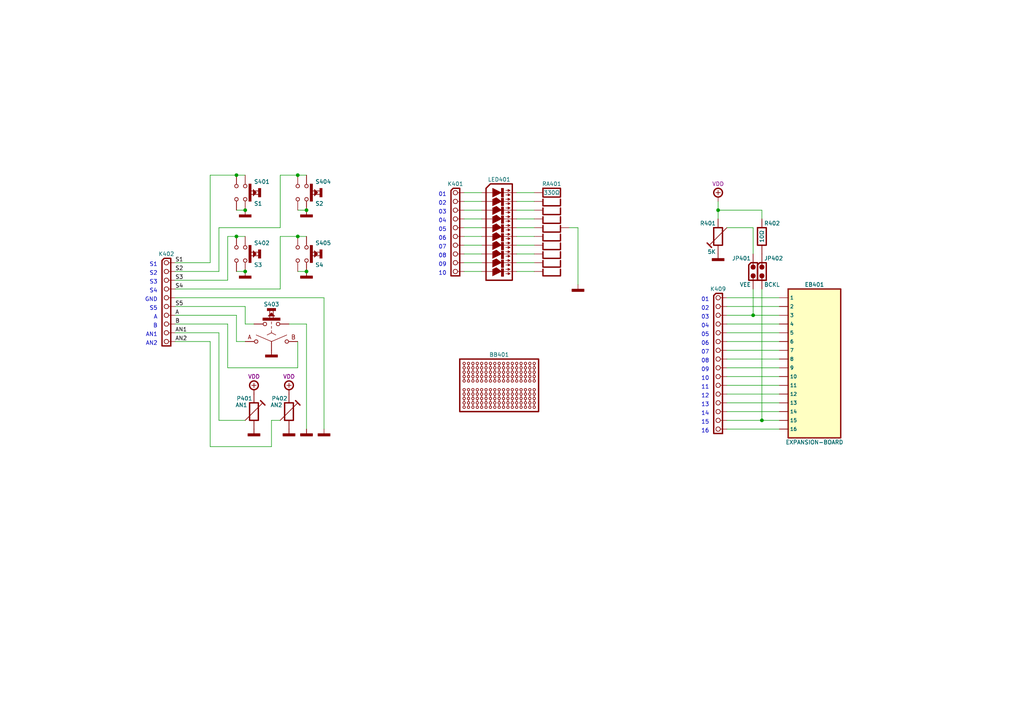
<source format=kicad_sch>
(kicad_sch (version 20250114) (generator "eeschema") (generator_version "9.0")
  (paper "A4")
  (title_block (title "HID") (date "01/2022") (rev "A") (comment 1 "PIC8-Bit Trainer"))
  (lib_symbols
    (symbol "tronixio:+VDD" (power) (pin_numbers (hide yes)) (pin_names (offset 0) (hide yes))
      (property "Description" "VDD" (at 0 5.08 0))
      (symbol "+VDD_1_1"
        (pin power_in line (at 0 0 90) (length 1.27) (name "~") (number "1"))
      )
    )
    (symbol "tronixio:BOURNS-4611X-330R" (pin_numbers (hide yes)) (pin_names (offset 0) (hide yes))
      (property "Reference" "RA" (at 5.08 2.54 0))
      (property "Value" "330Ω" (at 5.08 0 0))
      (symbol "BOURNS-4611X-330R_1_1"
        (pin passive line (at 0 0 0) (length 2.54) (name "~") (number "2"))
        (pin passive line (at 0 -2.54 0) (length 2.54) (name "~") (number "3"))
        (pin passive line (at 0 -5.08 0) (length 2.54) (name "~") (number "4"))
        (pin passive line (at 0 -7.62 0) (length 2.54) (name "~") (number "5"))
        (pin passive line (at 0 -10.16 0) (length 2.54) (name "~") (number "6"))
        (pin passive line (at 0 -12.7 0) (length 2.54) (name "~") (number "7"))
        (pin passive line (at 0 -15.24 0) (length 2.54) (name "~") (number "8"))
        (pin passive line (at 0 -17.78 0) (length 2.54) (name "~") (number "9"))
        (pin passive line (at 0 -20.32 0) (length 2.54) (name "~") (number "10"))
        (pin passive line (at 0 -22.86 0) (length 2.54) (name "~") (number "11"))
        (pin passive line (at 10.16 -10.16 180) (length 2.54) (name "~") (number "1"))
      )
    )
    (symbol "tronixio:BOURNS-PEC12R-24-DENTS-SWITCH" (pin_numbers (hide yes)) (pin_names (offset 0) (hide yes))
      (property "Reference" "S" (at 0 13.97 0))
      (property "Value" "BOURNS-PEC12R-24-DENTS-SWITCH" (at 0 11.43 0))
      (symbol "BOURNS-PEC12R-24-DENTS-SWITCH_0_0"
        (text "A" (at -6.35 1.27 0) (effects (font (size 1.15 1.15))))
        (text "B" (at 6.35 1.27 0) (effects (font (size 1.27 1.27))))
      )
      (symbol "BOURNS-PEC12R-24-DENTS-SWITCH_0_1"
        (pin passive line (at -7.62 0 0) (length 2.54) (name "A") (number "1"))
        (pin passive line (at 0 -2.54 90) (length 2.54) (name "C") (number "2"))
        (pin passive line (at 7.62 0 180) (length 2.54) (name "B") (number "3"))
      )
      (symbol "BOURNS-PEC12R-24-DENTS-SWITCH_1_1"
        (pin passive line (at -5.08 5.08 0) (length 2.54) (name "~") (number "5"))
        (pin passive line (at 5.08 5.08 180) (length 2.54) (name "~") (number "4"))
      )
    )
    (symbol "tronixio:BREADBOARD-170" (pin_numbers (hide yes)) (pin_names (offset 0) (hide yes))
      (property "Reference" "BB" (at 0 8.89 0))
    )
    (symbol "tronixio:CK-KSA" (pin_numbers (hide yes)) (pin_names (offset 0) (hide yes))
      (property "Reference" "S" (at 0 6.35 0))
      (property "Value" "SYMBOL-SW-PUSH-4" (at 0 -5.08 0))
      (symbol "CK-KSA_0_1"
        (pin passive line (at -5.08 0 0) (length 2.54) (name "1") (number "1"))
        (pin passive line (at -5.08 -2.54 0) (length 2.54) (name "2") (number "2"))
        (pin passive line (at 5.08 0 180) (length 2.54) (name "3") (number "3"))
        (pin passive line (at 5.08 -2.54 180) (length 2.54) (name "4") (number "4"))
      )
    )
    (symbol "tronixio:GND" (power) (pin_numbers (hide yes)) (pin_names (offset 0) (hide yes))
      (symbol "GND_1_1"
        (pin power_in line (at 0 0 270) (length 1.27) (name "~") (number "1"))
      )
    )
    (symbol "tronixio:HARWIN-254-F-1X10-VERTICAL" (pin_numbers (hide yes)) (pin_names (offset 0) (hide yes))
      (property "Reference" "K" (at 0 2.54 0))
      (property "Value" "SYMBOL-HEADER-F-1X10" (at 0 -25.4 0))
      (symbol "HARWIN-254-F-1X10-VERTICAL_1_1"
        (pin passive line (at -2.54 0 0) (length 1.905) (name "Pin_1") (number "1"))
        (pin passive line (at -2.54 -2.54 0) (length 1.905) (name "Pin_2") (number "2"))
        (pin passive line (at -2.54 -5.08 0) (length 1.905) (name "Pin_3") (number "3"))
        (pin passive line (at -2.54 -7.62 0) (length 1.905) (name "Pin_4") (number "4"))
        (pin passive line (at -2.54 -10.16 0) (length 1.905) (name "Pin_5") (number "5"))
        (pin passive line (at -2.54 -12.7 0) (length 1.905) (name "Pin_6") (number "6"))
        (pin passive line (at -2.54 -15.24 0) (length 1.905) (name "Pin_7") (number "7"))
        (pin passive line (at -2.54 -17.78 0) (length 1.905) (name "Pin_8") (number "8"))
        (pin passive line (at -2.54 -20.32 0) (length 1.905) (name "Pin_9") (number "9"))
        (pin passive line (at -2.54 -22.86 0) (length 1.905) (name "Pin_10") (number "10"))
      )
    )
    (symbol "tronixio:HARWIN-254-F-1X16-VERTICAL" (pin_numbers (hide yes)) (pin_names (offset 0) (hide yes))
      (property "Reference" "K" (at 0 2.54 0))
      (property "Value" "SYMBOL-HEADER-F-1X16" (at 0 -40.64 0))
      (symbol "HARWIN-254-F-1X16-VERTICAL_1_1"
        (pin passive line (at -2.54 0 0) (length 1.905) (name "Pin_1") (number "1"))
        (pin passive line (at -2.54 -2.54 0) (length 1.905) (name "Pin_2") (number "2"))
        (pin passive line (at -2.54 -5.08 0) (length 1.905) (name "Pin_3") (number "3"))
        (pin passive line (at -2.54 -7.62 0) (length 1.905) (name "Pin_4") (number "4"))
        (pin passive line (at -2.54 -10.16 0) (length 1.905) (name "Pin_5") (number "5"))
        (pin passive line (at -2.54 -12.7 0) (length 1.905) (name "Pin_6") (number "6"))
        (pin passive line (at -2.54 -15.24 0) (length 1.905) (name "Pin_7") (number "7"))
        (pin passive line (at -2.54 -17.78 0) (length 1.905) (name "Pin_8") (number "8"))
        (pin passive line (at -2.54 -20.32 0) (length 1.905) (name "Pin_9") (number "9"))
        (pin passive line (at -2.54 -22.86 0) (length 1.905) (name "Pin_10") (number "10"))
        (pin passive line (at -2.54 -25.4 0) (length 1.905) (name "Pin_11") (number "11"))
        (pin passive line (at -2.54 -27.94 0) (length 1.905) (name "Pin_12") (number "12"))
        (pin passive line (at -2.54 -30.48 0) (length 1.905) (name "Pin_13") (number "13"))
        (pin passive line (at -2.54 -33.02 0) (length 1.905) (name "Pin_14") (number "14"))
        (pin passive line (at -2.54 -35.56 0) (length 1.905) (name "Pin_15") (number "15"))
        (pin passive line (at -2.54 -38.1 0) (length 1.905) (name "Pin_16") (number "16"))
      )
    )
    (symbol "tronixio:HARWIN-254-M-1X02-JUMPER-VERTICAL" (pin_numbers (hide yes)) (pin_names (offset 0) (hide yes))
      (property "Reference" "JP" (at 2.54 1.27 0))
      (property "Value" "SYMBOL-HEADER-M-1X02" (at 2.54 -1.27 0))
      (symbol "HARWIN-254-M-1X02-JUMPER-VERTICAL_1_1"
        (pin passive line (at 0 5.08 270) (length 3.175) (name "~") (number "1"))
        (pin passive line (at 0 -5.08 90) (length 3.175) (name "~") (number "2"))
      )
    )
    (symbol "tronixio:KINGBRIGHT-DC10EWA" (pin_numbers (hide yes)) (pin_names (offset 0) (hide yes))
      (property "Reference" "LED" (at 0 3.81 0))
      (property "Value" "DC10EWA" (at 0 -26.67 0))
      (symbol "KINGBRIGHT-DC10EWA_1_1"
        (pin passive line (at -5.08 0 0) (length 3.81) (name "A1") (number "1"))
        (pin passive line (at -5.08 -2.54 0) (length 3.81) (name "A2") (number "2"))
        (pin passive line (at -5.08 -5.08 0) (length 3.81) (name "A3") (number "3"))
        (pin passive line (at -5.08 -7.62 0) (length 3.81) (name "A4") (number "4"))
        (pin passive line (at -5.08 -10.16 0) (length 3.81) (name "A5") (number "5"))
        (pin passive line (at -5.08 -12.7 0) (length 3.81) (name "A6") (number "6"))
        (pin passive line (at -5.08 -15.24 0) (length 3.81) (name "A7") (number "7"))
        (pin passive line (at -5.08 -17.78 0) (length 3.81) (name "A8") (number "8"))
        (pin passive line (at -5.08 -20.32 0) (length 3.81) (name "A9") (number "9"))
        (pin passive line (at -5.08 -22.86 0) (length 3.81) (name "A10") (number "10"))
        (pin passive line (at 5.08 0 180) (length 3.81) (name "C1") (number "20"))
        (pin passive line (at 5.08 -2.54 180) (length 3.81) (name "C2") (number "19"))
        (pin passive line (at 5.08 -5.08 180) (length 3.81) (name "C3") (number "18"))
        (pin passive line (at 5.08 -7.62 180) (length 3.81) (name "C4") (number "17"))
        (pin passive line (at 5.08 -10.16 180) (length 3.81) (name "C5") (number "16"))
        (pin passive line (at 5.08 -12.7 180) (length 3.81) (name "C6") (number "15"))
        (pin passive line (at 5.08 -15.24 180) (length 3.81) (name "C7") (number "14"))
        (pin passive line (at 5.08 -17.78 180) (length 3.81) (name "C8") (number "13"))
        (pin passive line (at 5.08 -20.32 180) (length 3.81) (name "C9") (number "12"))
        (pin passive line (at 5.08 -22.86 180) (length 3.81) (name "C10") (number "11"))
      )
    )
    (symbol "tronixio:PIHER-PT10LV-5K" (pin_numbers (hide yes)) (pin_names (offset 0) (hide yes))
      (property "Reference" "P" (at 2.54 2.54 0))
      (property "Value" "5k" (at 2.54 0 0))
      (symbol "PIHER-PT10LV-5K_1_1"
        (pin passive line (at 0 5.08 270) (length 2.54) (name "~") (number "3"))
        (pin passive line (at 0 -5.08 90) (length 2.54) (name "~") (number "1"))
        (pin passive line (at 2.54 -2.54 180) (length 0) (name "~") (number "2"))
      )
    )
    (symbol "tronixio:PIHER-PT10MV-10K" (pin_numbers (hide yes)) (pin_names (offset 0) (hide yes))
      (property "Reference" "P" (at 2.54 2.54 0))
      (property "Value" "10k" (at 2.54 0 0))
      (symbol "PIHER-PT10MV-10K_1_1"
        (pin passive line (at 0 5.08 270) (length 2.54) (name "~") (number "3"))
        (pin passive line (at 0 -5.08 90) (length 2.54) (name "~") (number "1"))
        (pin passive line (at 2.54 -2.54 180) (length 0) (name "~") (number "2"))
      )
    )
    (symbol "tronixio:RESISTOR-1016TH-10R-5P" (pin_numbers (hide yes)) (pin_names (offset 0) (hide yes))
      (property "Reference" "R" (at 0.635 3.81 0))
      (property "Value" "10Ω" (at 0 0 90))
      (symbol "RESISTOR-1016TH-10R-5P_1_1"
        (pin passive line (at 0 5.08 270) (length 2.54) (name "~") (number "1"))
        (pin passive line (at 0 -5.08 90) (length 2.54) (name "~") (number "2"))
      )
    )
    (symbol "tronixio:TRONIXIO-EXPANSION-BOARD" (pin_numbers (hide yes)) (pin_names (offset 0.5))
      (property "Reference" "EB" (at 10.16 3.81 0))
      (property "Value" "TRONIXIO-EXPANSION-BOARD" (at 10.16 -41.91 0))
      (symbol "TRONIXIO-EXPANSION-BOARD_1_1"
        (pin passive line (at 0 0 0) (length 2.54) (name "1") (number "1"))
        (pin passive line (at 0 -2.54 0) (length 2.54) (name "2") (number "2"))
        (pin passive line (at 0 -5.08 0) (length 2.54) (name "3") (number "3"))
        (pin passive line (at 0 -7.62 0) (length 2.54) (name "4") (number "4"))
        (pin passive line (at 0 -10.16 0) (length 2.54) (name "5") (number "5"))
        (pin passive line (at 0 -12.7 0) (length 2.54) (name "6") (number "6"))
        (pin passive line (at 0 -15.24 0) (length 2.54) (name "7") (number "7"))
        (pin passive line (at 0 -17.78 0) (length 2.54) (name "8") (number "8"))
        (pin passive line (at 0 -20.32 0) (length 2.54) (name "9") (number "9"))
        (pin passive line (at 0 -22.86 0) (length 2.54) (name "10") (number "10"))
        (pin passive line (at 0 -25.4 0) (length 2.54) (name "11") (number "11"))
        (pin passive line (at 0 -27.94 0) (length 2.54) (name "12") (number "12"))
        (pin passive line (at 0 -30.48 0) (length 2.54) (name "13") (number "13"))
        (pin passive line (at 0 -33.02 0) (length 2.54) (name "14") (number "14"))
        (pin passive line (at 0 -35.56 0) (length 2.54) (name "15") (number "15"))
        (pin passive line (at 0 -38.1 0) (length 2.54) (name "16") (number "16"))
      )
    )
  )
  (text "04" (at 129.54 64.77 0) (effects (font (size 1.15 1.15)) (justify right bottom)))
  (text "05" (at 205.74 97.79 0) (effects (font (size 1.15 1.15)) (justify right bottom)))
  (text "S2" (at 45.72 80.01 0) (effects (font (size 1.15 1.15)) (justify right bottom)))
  (text "04" (at 205.74 95.25 0) (effects (font (size 1.15 1.15)) (justify right bottom)))
  (text "AN2" (at 45.72 100.33 0) (effects (font (size 1.15 1.15)) (justify right bottom)))
  (text "08" (at 205.74 105.41 0) (effects (font (size 1.15 1.15)) (justify right bottom)))
  (text "08" (at 129.54 74.93 0) (effects (font (size 1.15 1.15)) (justify right bottom)))
  (text "S3" (at 45.72 82.55 0) (effects (font (size 1.15 1.15)) (justify right bottom)))
  (text "S5" (at 45.72 90.17 0) (effects (font (size 1.15 1.15)) (justify right bottom)))
  (text "S1" (at 45.72 77.47 0) (effects (font (size 1.15 1.15)) (justify right bottom)))
  (text "S4" (at 45.72 85.09 0) (effects (font (size 1.15 1.15)) (justify right bottom)))
  (text "01" (at 205.74 87.63 0) (effects (font (size 1.15 1.15)) (justify right bottom)))
  (text "16" (at 205.74 125.73 0) (effects (font (size 1.15 1.15)) (justify right bottom)))
  (text "06" (at 205.74 100.33 0) (effects (font (size 1.15 1.15)) (justify right bottom)))
  (text "A" (at 45.72 92.71 0) (effects (font (size 1.15 1.15)) (justify right bottom)))
  (text "11" (at 205.74 113.03 0) (effects (font (size 1.15 1.15)) (justify right bottom)))
  (text "03" (at 205.74 92.71 0) (effects (font (size 1.15 1.15)) (justify right bottom)))
  (text "05" (at 129.54 67.31 0) (effects (font (size 1.15 1.15)) (justify right bottom)))
  (text "12" (at 205.74 115.57 0) (effects (font (size 1.15 1.15)) (justify right bottom)))
  (text "01" (at 129.54 57.15 0) (effects (font (size 1.15 1.15)) (justify right bottom)))
  (text "07" (at 205.74 102.87 0) (effects (font (size 1.15 1.15)) (justify right bottom)))
  (text "02" (at 129.54 59.69 0) (effects (font (size 1.15 1.15)) (justify right bottom)))
  (text "GND" (at 45.72 87.63 0) (effects (font (size 1.15 1.15)) (justify right bottom)))
  (text "14" (at 205.74 120.65 0) (effects (font (size 1.15 1.15)) (justify right bottom)))
  (text "03" (at 129.54 62.23 0) (effects (font (size 1.15 1.15)) (justify right bottom)))
  (text "02" (at 205.74 90.17 0) (effects (font (size 1.15 1.15)) (justify right bottom)))
  (text "09" (at 205.74 107.95 0) (effects (font (size 1.15 1.15)) (justify right bottom)))
  (text "10" (at 205.74 110.49 0) (effects (font (size 1.15 1.15)) (justify right bottom)))
  (text "AN1" (at 45.72 97.79 0) (effects (font (size 1.15 1.15)) (justify right bottom)))
  (text "13" (at 205.74 118.11 0) (effects (font (size 1.15 1.15)) (justify right bottom)))
  (text "15" (at 205.74 123.19 0) (effects (font (size 1.15 1.15)) (justify right bottom)))
  (text "07" (at 129.54 72.39 0) (effects (font (size 1.15 1.15)) (justify right bottom)))
  (text "10" (at 129.54 80.01 0) (effects (font (size 1.15 1.15)) (justify right bottom)))
  (text "B" (at 45.72 95.25 0) (effects (font (size 1.15 1.15)) (justify right bottom)))
  (text "06" (at 129.54 69.85 0) (effects (font (size 1.15 1.15)) (justify right bottom)))
  (text "09" (at 129.54 77.47 0) (effects (font (size 1.15 1.15)) (justify right bottom)))
  (junction (at 88.9 78.74))
  (junction (at 71.12 60.96))
  (junction (at 220.98 121.92))
  (junction (at 88.9 60.96))
  (junction (at 218.44 91.44))
  (junction (at 68.58 68.58))
  (junction (at 86.36 68.58))
  (junction (at 71.12 78.74))
  (junction (at 68.58 50.8))
  (junction (at 208.28 60.96))
  (junction (at 86.36 50.8))
  (wire (pts (xy 134.62 60.96) (xy 139.7 60.96)))
  (wire (pts (xy 81.28 50.8) (xy 86.36 50.8)))
  (wire (pts (xy 210.82 86.36) (xy 226.06 86.36)))
  (wire (pts (xy 210.82 88.9) (xy 226.06 88.9)))
  (wire (pts (xy 220.98 63.5) (xy 220.98 60.96)))
  (wire (pts (xy 210.82 124.46) (xy 226.06 124.46)))
  (wire (pts (xy 210.82 91.44) (xy 218.44 91.44)))
  (wire (pts (xy 81.28 83.82) (xy 81.28 68.58)))
  (wire (pts (xy 134.62 71.12) (xy 139.7 71.12)))
  (wire (pts (xy 210.82 119.38) (xy 226.06 119.38)))
  (wire (pts (xy 149.86 76.2) (xy 154.94 76.2)))
  (wire (pts (xy 210.82 106.68) (xy 226.06 106.68)))
  (wire (pts (xy 167.64 66.04) (xy 165.1 66.04)))
  (wire (pts (xy 86.36 78.74) (xy 88.9 78.74)))
  (wire (pts (xy 86.36 106.68) (xy 86.36 99.06)))
  (wire (pts (xy 218.44 83.82) (xy 218.44 91.44)))
  (wire (pts (xy 63.5 66.04) (xy 81.28 66.04)))
  (wire (pts (xy 93.98 86.36) (xy 93.98 124.46)))
  (wire (pts (xy 68.58 50.8) (xy 71.12 50.8)))
  (wire (pts (xy 210.82 109.22) (xy 226.06 109.22)))
  (wire (pts (xy 134.62 68.58) (xy 139.7 68.58)))
  (wire (pts (xy 50.8 78.74) (xy 63.5 78.74)))
  (wire (pts (xy 50.8 83.82) (xy 81.28 83.82)))
  (wire (pts (xy 149.86 55.88) (xy 154.94 55.88)))
  (wire (pts (xy 50.8 88.9) (xy 71.12 88.9)))
  (wire (pts (xy 78.74 129.54) (xy 60.96 129.54)))
  (wire (pts (xy 60.96 50.8) (xy 68.58 50.8)))
  (wire (pts (xy 134.62 55.88) (xy 139.7 55.88)))
  (wire (pts (xy 210.82 116.84) (xy 226.06 116.84)))
  (wire (pts (xy 50.8 86.36) (xy 93.98 86.36)))
  (wire (pts (xy 81.28 68.58) (xy 86.36 68.58)))
  (wire (pts (xy 134.62 78.74) (xy 139.7 78.74)))
  (wire (pts (xy 68.58 91.44) (xy 68.58 99.06)))
  (wire (pts (xy 220.98 121.92) (xy 226.06 121.92)))
  (wire (pts (xy 210.82 93.98) (xy 226.06 93.98)))
  (wire (pts (xy 134.62 66.04) (xy 139.7 66.04)))
  (wire (pts (xy 81.28 66.04) (xy 81.28 50.8)))
  (wire (pts (xy 71.12 88.9) (xy 71.12 93.98)))
  (wire (pts (xy 134.62 76.2) (xy 139.7 76.2)))
  (wire (pts (xy 86.36 50.8) (xy 88.9 50.8)))
  (wire (pts (xy 50.8 76.2) (xy 60.96 76.2)))
  (wire (pts (xy 210.82 101.6) (xy 226.06 101.6)))
  (wire (pts (xy 86.36 60.96) (xy 88.9 60.96)))
  (wire (pts (xy 60.96 76.2) (xy 60.96 50.8)))
  (wire (pts (xy 66.04 68.58) (xy 66.04 81.28)))
  (wire (pts (xy 149.86 73.66) (xy 154.94 73.66)))
  (wire (pts (xy 134.62 63.5) (xy 139.7 63.5)))
  (wire (pts (xy 210.82 111.76) (xy 226.06 111.76)))
  (wire (pts (xy 149.86 78.74) (xy 154.94 78.74)))
  (wire (pts (xy 210.82 66.04) (xy 218.44 66.04)))
  (wire (pts (xy 50.8 96.52) (xy 63.5 96.52)))
  (wire (pts (xy 50.8 93.98) (xy 66.04 93.98)))
  (wire (pts (xy 63.5 121.92) (xy 63.5 96.52)))
  (wire (pts (xy 50.8 91.44) (xy 68.58 91.44)))
  (wire (pts (xy 149.86 60.96) (xy 154.94 60.96)))
  (wire (pts (xy 83.82 93.98) (xy 88.9 93.98)))
  (wire (pts (xy 68.58 99.06) (xy 71.12 99.06)))
  (wire (pts (xy 88.9 93.98) (xy 88.9 124.46)))
  (wire (pts (xy 220.98 83.82) (xy 220.98 121.92)))
  (wire (pts (xy 149.86 58.42) (xy 154.94 58.42)))
  (wire (pts (xy 68.58 68.58) (xy 71.12 68.58)))
  (wire (pts (xy 60.96 129.54) (xy 60.96 99.06)))
  (wire (pts (xy 50.8 81.28) (xy 66.04 81.28)))
  (wire (pts (xy 50.8 99.06) (xy 60.96 99.06)))
  (wire (pts (xy 86.36 68.58) (xy 88.9 68.58)))
  (wire (pts (xy 71.12 93.98) (xy 73.66 93.98)))
  (wire (pts (xy 134.62 58.42) (xy 139.7 58.42)))
  (wire (pts (xy 66.04 106.68) (xy 86.36 106.68)))
  (wire (pts (xy 210.82 104.14) (xy 226.06 104.14)))
  (wire (pts (xy 167.64 82.55) (xy 167.64 66.04)))
  (wire (pts (xy 63.5 78.74) (xy 63.5 66.04)))
  (wire (pts (xy 208.28 60.96) (xy 220.98 60.96)))
  (wire (pts (xy 68.58 78.74) (xy 71.12 78.74)))
  (wire (pts (xy 68.58 60.96) (xy 71.12 60.96)))
  (wire (pts (xy 66.04 68.58) (xy 68.58 68.58)))
  (wire (pts (xy 208.28 60.96) (xy 208.28 63.5)))
  (wire (pts (xy 218.44 91.44) (xy 226.06 91.44)))
  (wire (pts (xy 149.86 63.5) (xy 154.94 63.5)))
  (wire (pts (xy 134.62 73.66) (xy 139.7 73.66)))
  (wire (pts (xy 149.86 66.04) (xy 154.94 66.04)))
  (wire (pts (xy 81.28 121.92) (xy 78.74 121.92)))
  (wire (pts (xy 210.82 114.3) (xy 226.06 114.3)))
  (wire (pts (xy 208.28 58.42) (xy 208.28 60.96)))
  (wire (pts (xy 149.86 71.12) (xy 154.94 71.12)))
  (wire (pts (xy 210.82 99.06) (xy 226.06 99.06)))
  (wire (pts (xy 71.12 121.92) (xy 63.5 121.92)))
  (wire (pts (xy 210.82 96.52) (xy 226.06 96.52)))
  (wire (pts (xy 66.04 93.98) (xy 66.04 106.68)))
  (wire (pts (xy 218.44 73.66) (xy 218.44 66.04)))
  (wire (pts (xy 78.74 121.92) (xy 78.74 129.54)))
  (wire (pts (xy 210.82 121.92) (xy 220.98 121.92)))
  (wire (pts (xy 149.86 68.58) (xy 154.94 68.58)))
  (label "AN1" (at 50.8 96.52 0) (effects (font (size 1.15 1.15))))
  (label "AN2" (at 50.8 99.06 0) (effects (font (size 1.15 1.15))))
  (label "S3" (at 50.8 81.28 0) (effects (font (size 1.15 1.15))))
  (label "A" (at 50.8 91.44 0) (effects (font (size 1.15 1.15))))
  (label "S2" (at 50.8 78.74 0) (effects (font (size 1.15 1.15))))
  (label "B" (at 50.8 93.98 0) (effects (font (size 1.15 1.15))))
  (label "S5" (at 50.8 88.9 0) (effects (font (size 1.15 1.15))))
  (label "S1" (at 50.8 76.2 0) (effects (font (size 1.15 1.15))))
  (label "S4" (at 50.8 83.82 0) (effects (font (size 1.15 1.15))))
  (symbol (lib_id "tronixio:GND") (at 71.12 60.96 0) (unit 1)
    (property "Reference" "#PWR0160" (effects (hide yes)))
    (property "Value" "POWER-GND" (effects (hide yes)))
    (property "Description" "GND" (effects (hide yes)))
  )
  (symbol (lib_id "tronixio:KINGBRIGHT-DC10EWA") (at 144.78 55.88 0) (unit 1)
    (property "Reference" "LED401" (at 144.78 52.07 0) (effects (font (size 1.15 1.15))))
    (property "Value" "KINGBRIGHT-DC10EWA" (effects (hide yes)))
    (property "Footprint" "tronixio:KINGBRIGHT-DC" (effects (hide yes)))
    (property "Datasheet" "http://www.kingbrightusa.com/images/catalog/SPEC/DC10EWA.pdf" (effects (hide yes)))
    (property "Mouser" "604-DC-10EWA" (effects (hide yes)))
  )
  (symbol (lib_id "tronixio:CK-KSA") (at 88.9 73.66 270) (unit 1)
    (property "Reference" "S405" (at 91.44 70.485 90) (effects (font (size 1.15 1.15)) (justify left)))
    (property "Value" "S4" (at 91.44 76.835 90) (effects (font (size 1.15 1.15)) (justify left)))
    (property "Footprint" "tronixio:CK-KSA-TH" (effects (hide yes)))
    (property "Datasheet" "http://www.ckswitches.com/products/switches/product-details/Tactile/KSA/" (effects (hide yes)))
    (property "Mouser" "611-KSA0M911LFT" (effects (hide yes)))
  )
  (symbol (lib_id "tronixio:CK-KSA") (at 71.12 55.88 270) (unit 1)
    (property "Reference" "S401" (at 73.66 52.705 90) (effects (font (size 1.15 1.15)) (justify left)))
    (property "Value" "S1" (at 73.66 59.055 90) (effects (font (size 1.15 1.15)) (justify left)))
    (property "Footprint" "tronixio:CK-KSA-TH" (effects (hide yes)))
    (property "Datasheet" "http://www.ckswitches.com/products/switches/product-details/Tactile/KSA/" (effects (hide yes)))
    (property "Mouser" "611-KSA0M911LFT" (effects (hide yes)))
  )
  (symbol (lib_id "tronixio:CK-KSA") (at 71.12 73.66 270) (unit 1)
    (property "Reference" "S402" (at 73.66 70.485 90) (effects (font (size 1.15 1.15)) (justify left)))
    (property "Value" "S3" (at 73.66 76.835 90) (effects (font (size 1.15 1.15)) (justify left)))
    (property "Footprint" "tronixio:CK-KSA-TH" (effects (hide yes)))
    (property "Datasheet" "http://www.ckswitches.com/products/switches/product-details/Tactile/KSA/" (effects (hide yes)))
    (property "Mouser" "611-KSA0M911LFT" (effects (hide yes)))
  )
  (symbol (lib_id "tronixio:PIHER-PT10LV-5K") (at 208.28 68.58 0) (mirror x) (unit 1)
    (property "Reference" "R401" (at 207.645 64.77 0) (effects (font (size 1.15 1.15)) (justify right)))
    (property "Value" "5K" (at 207.645 73.025 0) (effects (font (size 1.15 1.15)) (justify right)))
    (property "Footprint" "tronixio:PIHER-PT10MV" (effects (hide yes)))
    (property "Datasheet" "https://www.piher.net/pdf/12-PT10v03.pdf" (effects (hide yes)))
    (property "Description" "10mm Carbon Potentiometer" (effects (hide yes)))
    (property "Mouser" "531-PT10LV-5K" (effects (hide yes)))
    (property "Tolerance" "20%" (effects (hide yes)))
  )
  (symbol (lib_id "tronixio:GND") (at 83.82 124.46 0) (unit 1)
    (property "Reference" "#PWR0149" (effects (hide yes)))
    (property "Value" "POWER-GND" (effects (hide yes)))
    (property "Description" "GND" (effects (hide yes)))
  )
  (symbol (lib_id "tronixio:GND") (at 71.12 78.74 0) (unit 1)
    (property "Reference" "#PWR0155" (effects (hide yes)))
    (property "Value" "POWER-GND" (effects (hide yes)))
    (property "Description" "GND" (effects (hide yes)))
  )
  (symbol (lib_id "tronixio:HARWIN-254-F-1X10-VERTICAL") (at 48.26 76.2 0) (mirror y) (unit 1)
    (property "Reference" "K402" (at 48.26 73.66 0) (effects (font (size 1.15 1.15))))
    (property "Value" "SWITCH, ENCODER & ANALOG" (effects (hide yes)))
    (property "Footprint" "tronixio:HARWIN-M20-782104x" (effects (hide yes)))
    (property "Datasheet" "https://www.harwin.com/products/M20-7821406/" (effects (hide yes)))
    (property "Description" "M20 Series - 2.54mm Pitch PCB Connector" (effects (hide yes)))
    (property "Mouser" "855-M20-782104" (effects (hide yes)))
  )
  (symbol (lib_id "tronixio:GND") (at 88.9 78.74 0) (unit 1)
    (property "Reference" "#PWR0154" (effects (hide yes)))
    (property "Value" "POWER-GND" (effects (hide yes)))
    (property "Description" "GND" (effects (hide yes)))
  )
  (symbol (lib_id "tronixio:HARWIN-254-M-1X02-JUMPER-VERTICAL") (at 220.98 78.74 0) (mirror y) (unit 1)
    (property "Reference" "JP402" (at 221.615 74.93 0) (effects (font (size 1.15 1.15)) (justify right)))
    (property "Value" "BCKL" (at 221.615 82.55 0) (effects (font (size 1.15 1.15)) (justify right)))
    (property "Footprint" "tronixio:HARWIN-M20-999024x" (effects (hide yes)))
    (property "Datasheet" "https://www.harwin.com/products/M20-9990246/" (effects (hide yes)))
    (property "Description" "M20 Series - 2.54mm Pitch PCB Connector" (effects (hide yes)))
    (property "Mouser" "855-M20-999024" (effects (hide yes)))
  )
  (symbol (lib_id "tronixio:PIHER-PT10MV-10K") (at 83.82 119.38 0) (mirror y) (unit 1)
    (property "Reference" "P402" (at 78.74 115.57 0) (effects (font (size 1.15 1.15)) (justify right)))
    (property "Value" "AN2" (at 81.915 117.475 0) (effects (font (size 1.15 1.15)) (justify left)))
    (property "Footprint" "tronixio:PIHER-PT10MV" (effects (hide yes)))
    (property "Datasheet" "https://www.piher.net/pdf/12-PT10v03.pdf" (effects (hide yes)))
    (property "Description" "10mm Carbon Potentiometer" (effects (hide yes)))
    (property "Mouser" "531-PT10MV-10K" (effects (hide yes)))
    (property "Tolerance" "20%" (effects (hide yes)))
  )
  (symbol (lib_id "tronixio:+VDD") (at 208.28 58.42 0) (unit 1)
    (property "Reference" "#PWR0158" (effects (hide yes)))
    (property "Value" "POWER-VDD" (effects (hide yes)))
    (property "Description" "VDD" (at 208.28 53.34 0) (effects (font (size 1.15 1.15))))
  )
  (symbol (lib_id "tronixio:BOURNS-PEC12R-24-DENTS-SWITCH") (at 78.74 99.06 0) (unit 1)
    (property "Reference" "S403" (at 78.74 88.265 0) (effects (font (size 1.15 1.15))))
    (property "Value" "BOURNS-PEC12R-24DENTS" (effects (hide yes)))
    (property "Footprint" "tronixio:BOURNS-PEC12R-SWITCH" (effects (hide yes)))
    (property "Datasheet" "http://www.bourns.com/products/encoders/contacting-encoders/product/PEC12R" (effects (hide yes)))
    (property "Description" "PEC12R - 12 mm Incremental Encoder" (effects (hide yes)))
    (property "Mouser" "652-PEC12R-4215F-S24" (effects (hide yes)))
  )
  (symbol (lib_id "tronixio:BOURNS-4611X-330R") (at 154.94 55.88 0) (unit 1)
    (property "Reference" "RA401" (at 160.02 53.34 0) (effects (font (size 1.15 1.15))))
    (property "Value" "330Ω" (at 160.02 55.88 0) (effects (font (size 1.15 1.15))))
    (property "Footprint" "tronixio:BOURNS-4611X" (effects (hide yes)))
    (property "Datasheet" "https://www.bourns.com/docs/Product-Datasheets/4600x.pdf" (effects (hide yes)))
    (property "Description" "4600X Series - Thick Film Conformal SIPs" (effects (hide yes)))
    (property "Mouser" "652-4611X-1LF-330" (effects (hide yes)))
    (property "Tolerance" "2%" (effects (hide yes)))
  )
  (symbol (lib_id "tronixio:HARWIN-254-M-1X02-JUMPER-VERTICAL") (at 218.44 78.74 0) (mirror y) (unit 1)
    (property "Reference" "JP401" (at 217.805 74.93 0) (effects (font (size 1.15 1.15)) (justify left)))
    (property "Value" "VEE" (at 217.805 82.55 0) (effects (font (size 1.15 1.15)) (justify left)))
    (property "Footprint" "tronixio:HARWIN-M20-999024x" (effects (hide yes)))
    (property "Datasheet" "https://www.harwin.com/products/M20-9990246/" (effects (hide yes)))
    (property "Description" "M20 Series - 2.54mm Pitch PCB Connector" (effects (hide yes)))
    (property "Mouser" "855-M20-999024" (effects (hide yes)))
  )
  (symbol (lib_id "tronixio:+VDD") (at 73.66 114.3 0) (unit 1)
    (property "Reference" "#PWR0151" (effects (hide yes)))
    (property "Value" "POWER-VDD" (effects (hide yes)))
    (property "Description" "VDD" (at 73.66 109.22 0) (effects (font (size 1.15 1.15))))
  )
  (symbol (lib_id "tronixio:GND") (at 208.28 73.66 0) (unit 1)
    (property "Reference" "#PWR0157" (effects (hide yes)))
    (property "Value" "POWER-GND" (effects (hide yes)))
    (property "Description" "GND" (effects (hide yes)))
  )
  (symbol (lib_id "tronixio:CK-KSA") (at 88.9 55.88 270) (unit 1)
    (property "Reference" "S404" (at 91.44 52.705 90) (effects (font (size 1.15 1.15)) (justify left)))
    (property "Value" "S2" (at 91.44 59.055 90) (effects (font (size 1.15 1.15)) (justify left)))
    (property "Footprint" "tronixio:CK-KSA-TH" (effects (hide yes)))
    (property "Datasheet" "http://www.ckswitches.com/products/switches/product-details/Tactile/KSA/" (effects (hide yes)))
    (property "Mouser" "611-KSA0M911LFT" (effects (hide yes)))
  )
  (symbol (lib_id "tronixio:GND") (at 88.9 124.46 0) (unit 1)
    (property "Reference" "#PWR0148" (effects (hide yes)))
    (property "Value" "POWER-GND" (effects (hide yes)))
    (property "Description" "GND" (effects (hide yes)))
  )
  (symbol (lib_id "tronixio:GND") (at 88.9 60.96 0) (unit 1)
    (property "Reference" "#PWR0156" (effects (hide yes)))
    (property "Value" "POWER-GND" (effects (hide yes)))
    (property "Description" "GND" (effects (hide yes)))
  )
  (symbol (lib_id "tronixio:RESISTOR-1016TH-10R-5P") (at 220.98 68.58 0) (unit 1)
    (property "Reference" "R402" (at 221.615 64.77 0) (effects (font (size 1.15 1.15)) (justify left)))
    (property "Value" "10Ω" (at 220.98 68.58 90) (effects (font (size 1.15 1.15))))
    (property "Footprint" "tronixio:RESISTOR-TH-1016" (effects (hide yes)))
    (property "Datasheet" "https://www.vishay.com/docs/28722/sfr16s25.pdf" (effects (hide yes)))
    (property "Description" "Resistor" (effects (hide yes)))
    (property "Tolerance" "5%" (effects (hide yes)))
    (property "Mouser" "594-5043EM10R00J" (effects (hide yes)))
  )
  (symbol (lib_id "tronixio:TRONIXIO-EXPANSION-BOARD") (at 226.06 86.36 0) (unit 1)
    (property "Reference" "EB401" (at 236.22 82.55 0) (effects (font (size 1.15 1.15))))
    (property "Value" "EXPANSION-BOARD" (at 236.22 128.27 0) (effects (font (size 1.15 1.15))))
    (property "Footprint" "tronixio:TRONIXIO-EXPANSION-BOARD" (effects (hide yes)))
    (property "Mouser" "200-CES11601TS" (effects (hide yes)))
  )
  (symbol (lib_id "tronixio:BREADBOARD-170") (at 144.78 111.76 0) (unit 1)
    (property "Reference" "BB401" (at 144.78 102.87 0) (effects (font (size 1.15 1.15))))
    (property "Value" "BREADBOARD-170" (effects (hide yes)))
    (property "Footprint" "tronixio:BREADBOARD-170" (effects (hide yes)))
    (property "Datasheet" "http://www.busboard.com/BB170" (effects (hide yes)))
    (property "Description" "170 tie-point Solderless Plug-in BreadBoard" (effects (hide yes)))
    (property "Mouser" "854-BB170" (effects (hide yes)))
  )
  (symbol (lib_id "tronixio:GND") (at 93.98 124.46 0) (unit 1)
    (property "Reference" "#PWR0147" (effects (hide yes)))
    (property "Value" "POWER-GND" (effects (hide yes)))
    (property "Description" "GND" (effects (hide yes)))
  )
  (symbol (lib_id "tronixio:HARWIN-254-F-1X10-VERTICAL") (at 132.08 55.88 0) (mirror y) (unit 1)
    (property "Reference" "K401" (at 132.08 53.34 0) (effects (font (size 1.15 1.15))))
    (property "Value" "LED ARRAY" (effects (hide yes)))
    (property "Footprint" "tronixio:HARWIN-M20-782104x" (effects (hide yes)))
    (property "Datasheet" "https://www.harwin.com/products/M20-7821406/" (effects (hide yes)))
    (property "Description" "M20 Series - 2.54mm Pitch PCB Connector" (effects (hide yes)))
    (property "Mouser" "855-M20-782104" (effects (hide yes)))
  )
  (symbol (lib_id "tronixio:GND") (at 73.66 124.46 0) (unit 1)
    (property "Reference" "#PWR0153" (effects (hide yes)))
    (property "Value" "POWER-GND" (effects (hide yes)))
    (property "Description" "GND" (effects (hide yes)))
  )
  (symbol (lib_id "tronixio:+VDD") (at 83.82 114.3 0) (unit 1)
    (property "Reference" "#PWR0150" (effects (hide yes)))
    (property "Value" "POWER-VDD" (effects (hide yes)))
    (property "Description" "VDD" (at 83.82 109.22 0) (effects (font (size 1.15 1.15))))
  )
  (symbol (lib_id "tronixio:GND") (at 167.64 82.55 0) (unit 1)
    (property "Reference" "#PWR0159" (effects (hide yes)))
    (property "Value" "POWER-GND" (effects (hide yes)))
    (property "Description" "GND" (effects (hide yes)))
  )
  (symbol (lib_id "tronixio:PIHER-PT10MV-10K") (at 73.66 119.38 0) (mirror y) (unit 1)
    (property "Reference" "P401" (at 68.58 115.57 0) (effects (font (size 1.15 1.15)) (justify right)))
    (property "Value" "AN1" (at 71.755 117.475 0) (effects (font (size 1.15 1.15)) (justify left)))
    (property "Footprint" "tronixio:PIHER-PT10MV" (effects (hide yes)))
    (property "Datasheet" "https://www.piher.net/pdf/12-PT10v03.pdf" (effects (hide yes)))
    (property "Description" "10mm Carbon Potentiometer" (effects (hide yes)))
    (property "Mouser" "531-PT10MV-10K" (effects (hide yes)))
    (property "Tolerance" "20%" (effects (hide yes)))
  )
  (symbol (lib_id "tronixio:HARWIN-254-F-1X16-VERTICAL") (at 208.28 86.36 0) (mirror y) (unit 1)
    (property "Reference" "K409" (at 208.28 83.82 0) (effects (font (size 1.15 1.15))))
    (property "Value" "EXPANSION BOARD" (effects (hide yes)))
    (property "Footprint" "tronixio:HARWIN-M20-782164x" (effects (hide yes)))
    (property "Datasheet" "https://www.harwin.com/products/M20-7821646/" (effects (hide yes)))
    (property "Description" "M20 Series - 2.54mm Pitch PCB Connector" (effects (hide yes)))
    (property "Mouser" "855-M20-782164" (effects (hide yes)))
  )
  (symbol (lib_id "tronixio:GND") (at 78.74 101.6 0) (unit 1)
    (property "Reference" "#PWR0152" (effects (hide yes)))
    (property "Value" "POWER-GND" (effects (hide yes)))
    (property "Description" "GND" (effects (hide yes)))
  )
)
</source>
